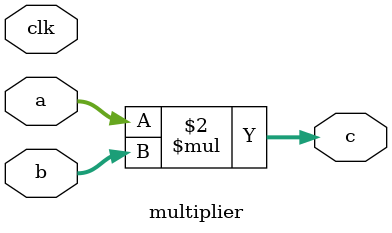
<source format=v>
module multiplier(a,b,c,clk);
  input [2:0] a;
  input clk;
  input [2:0] b;
  output reg [4:0]c;
  
  always @(*)
    begin
      c = a*b;
    end
endmodule



</source>
